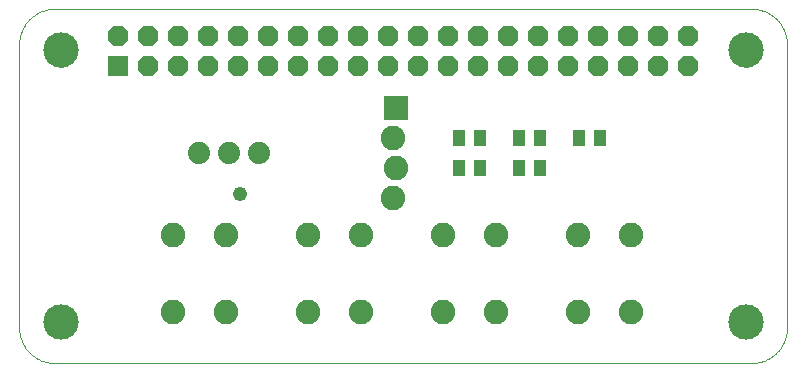
<source format=gts>
G75*
%MOIN*%
%OFA0B0*%
%FSLAX25Y25*%
%IPPOS*%
%LPD*%
%AMOC8*
5,1,8,0,0,1.08239X$1,22.5*
%
%ADD10C,0.07400*%
%ADD11C,0.08200*%
%ADD12R,0.08200X0.08200*%
%ADD13R,0.03950X0.05524*%
%ADD14C,0.00000*%
%ADD15C,0.11824*%
%ADD16R,0.06800X0.06800*%
%ADD17OC8,0.06800*%
%ADD18C,0.04800*%
D10*
X0065000Y0075000D03*
X0075000Y0075000D03*
X0085000Y0075000D03*
D11*
X0129500Y0080000D03*
X0130500Y0070000D03*
X0129500Y0060000D03*
X0118900Y0047800D03*
X0101100Y0047800D03*
X0073900Y0047800D03*
X0056100Y0047800D03*
X0056100Y0022200D03*
X0073900Y0022200D03*
X0101100Y0022200D03*
X0118900Y0022200D03*
X0146100Y0022200D03*
X0163900Y0022200D03*
X0191100Y0022200D03*
X0208900Y0022200D03*
X0208900Y0047800D03*
X0191100Y0047800D03*
X0163900Y0047800D03*
X0146100Y0047800D03*
D12*
X0130500Y0090000D03*
D13*
X0151457Y0080000D03*
X0158543Y0080000D03*
X0171457Y0080000D03*
X0178543Y0080000D03*
X0191457Y0080000D03*
X0198543Y0080000D03*
X0178543Y0070000D03*
X0171457Y0070000D03*
X0158543Y0070000D03*
X0151457Y0070000D03*
D14*
X0249094Y0005000D02*
X0016811Y0005000D01*
X0016526Y0005003D01*
X0016240Y0005014D01*
X0015955Y0005031D01*
X0015671Y0005055D01*
X0015387Y0005086D01*
X0015104Y0005124D01*
X0014823Y0005169D01*
X0014542Y0005220D01*
X0014262Y0005278D01*
X0013984Y0005343D01*
X0013708Y0005415D01*
X0013434Y0005493D01*
X0013161Y0005578D01*
X0012891Y0005670D01*
X0012623Y0005768D01*
X0012357Y0005872D01*
X0012094Y0005983D01*
X0011834Y0006100D01*
X0011576Y0006223D01*
X0011322Y0006353D01*
X0011071Y0006489D01*
X0010823Y0006630D01*
X0010579Y0006778D01*
X0010338Y0006931D01*
X0010102Y0007091D01*
X0009869Y0007256D01*
X0009640Y0007426D01*
X0009415Y0007602D01*
X0009195Y0007784D01*
X0008979Y0007970D01*
X0008768Y0008162D01*
X0008561Y0008359D01*
X0008359Y0008561D01*
X0008162Y0008768D01*
X0007970Y0008979D01*
X0007784Y0009195D01*
X0007602Y0009415D01*
X0007426Y0009640D01*
X0007256Y0009869D01*
X0007091Y0010102D01*
X0006931Y0010338D01*
X0006778Y0010579D01*
X0006630Y0010823D01*
X0006489Y0011071D01*
X0006353Y0011322D01*
X0006223Y0011576D01*
X0006100Y0011834D01*
X0005983Y0012094D01*
X0005872Y0012357D01*
X0005768Y0012623D01*
X0005670Y0012891D01*
X0005578Y0013161D01*
X0005493Y0013434D01*
X0005415Y0013708D01*
X0005343Y0013984D01*
X0005278Y0014262D01*
X0005220Y0014542D01*
X0005169Y0014823D01*
X0005124Y0015104D01*
X0005086Y0015387D01*
X0005055Y0015671D01*
X0005031Y0015955D01*
X0005014Y0016240D01*
X0005003Y0016526D01*
X0005000Y0016811D01*
X0005000Y0111299D01*
X0005003Y0111584D01*
X0005014Y0111870D01*
X0005031Y0112155D01*
X0005055Y0112439D01*
X0005086Y0112723D01*
X0005124Y0113006D01*
X0005169Y0113287D01*
X0005220Y0113568D01*
X0005278Y0113848D01*
X0005343Y0114126D01*
X0005415Y0114402D01*
X0005493Y0114676D01*
X0005578Y0114949D01*
X0005670Y0115219D01*
X0005768Y0115487D01*
X0005872Y0115753D01*
X0005983Y0116016D01*
X0006100Y0116276D01*
X0006223Y0116534D01*
X0006353Y0116788D01*
X0006489Y0117039D01*
X0006630Y0117287D01*
X0006778Y0117531D01*
X0006931Y0117772D01*
X0007091Y0118008D01*
X0007256Y0118241D01*
X0007426Y0118470D01*
X0007602Y0118695D01*
X0007784Y0118915D01*
X0007970Y0119131D01*
X0008162Y0119342D01*
X0008359Y0119549D01*
X0008561Y0119751D01*
X0008768Y0119948D01*
X0008979Y0120140D01*
X0009195Y0120326D01*
X0009415Y0120508D01*
X0009640Y0120684D01*
X0009869Y0120854D01*
X0010102Y0121019D01*
X0010338Y0121179D01*
X0010579Y0121332D01*
X0010823Y0121480D01*
X0011071Y0121621D01*
X0011322Y0121757D01*
X0011576Y0121887D01*
X0011834Y0122010D01*
X0012094Y0122127D01*
X0012357Y0122238D01*
X0012623Y0122342D01*
X0012891Y0122440D01*
X0013161Y0122532D01*
X0013434Y0122617D01*
X0013708Y0122695D01*
X0013984Y0122767D01*
X0014262Y0122832D01*
X0014542Y0122890D01*
X0014823Y0122941D01*
X0015104Y0122986D01*
X0015387Y0123024D01*
X0015671Y0123055D01*
X0015955Y0123079D01*
X0016240Y0123096D01*
X0016526Y0123107D01*
X0016811Y0123110D01*
X0249094Y0123110D01*
X0249379Y0123107D01*
X0249665Y0123096D01*
X0249950Y0123079D01*
X0250234Y0123055D01*
X0250518Y0123024D01*
X0250801Y0122986D01*
X0251082Y0122941D01*
X0251363Y0122890D01*
X0251643Y0122832D01*
X0251921Y0122767D01*
X0252197Y0122695D01*
X0252471Y0122617D01*
X0252744Y0122532D01*
X0253014Y0122440D01*
X0253282Y0122342D01*
X0253548Y0122238D01*
X0253811Y0122127D01*
X0254071Y0122010D01*
X0254329Y0121887D01*
X0254583Y0121757D01*
X0254834Y0121621D01*
X0255082Y0121480D01*
X0255326Y0121332D01*
X0255567Y0121179D01*
X0255803Y0121019D01*
X0256036Y0120854D01*
X0256265Y0120684D01*
X0256490Y0120508D01*
X0256710Y0120326D01*
X0256926Y0120140D01*
X0257137Y0119948D01*
X0257344Y0119751D01*
X0257546Y0119549D01*
X0257743Y0119342D01*
X0257935Y0119131D01*
X0258121Y0118915D01*
X0258303Y0118695D01*
X0258479Y0118470D01*
X0258649Y0118241D01*
X0258814Y0118008D01*
X0258974Y0117772D01*
X0259127Y0117531D01*
X0259275Y0117287D01*
X0259416Y0117039D01*
X0259552Y0116788D01*
X0259682Y0116534D01*
X0259805Y0116276D01*
X0259922Y0116016D01*
X0260033Y0115753D01*
X0260137Y0115487D01*
X0260235Y0115219D01*
X0260327Y0114949D01*
X0260412Y0114676D01*
X0260490Y0114402D01*
X0260562Y0114126D01*
X0260627Y0113848D01*
X0260685Y0113568D01*
X0260736Y0113287D01*
X0260781Y0113006D01*
X0260819Y0112723D01*
X0260850Y0112439D01*
X0260874Y0112155D01*
X0260891Y0111870D01*
X0260902Y0111584D01*
X0260905Y0111299D01*
X0260906Y0111299D02*
X0260906Y0016811D01*
X0260905Y0016811D02*
X0260902Y0016526D01*
X0260891Y0016240D01*
X0260874Y0015955D01*
X0260850Y0015671D01*
X0260819Y0015387D01*
X0260781Y0015104D01*
X0260736Y0014823D01*
X0260685Y0014542D01*
X0260627Y0014262D01*
X0260562Y0013984D01*
X0260490Y0013708D01*
X0260412Y0013434D01*
X0260327Y0013161D01*
X0260235Y0012891D01*
X0260137Y0012623D01*
X0260033Y0012357D01*
X0259922Y0012094D01*
X0259805Y0011834D01*
X0259682Y0011576D01*
X0259552Y0011322D01*
X0259416Y0011071D01*
X0259275Y0010823D01*
X0259127Y0010579D01*
X0258974Y0010338D01*
X0258814Y0010102D01*
X0258649Y0009869D01*
X0258479Y0009640D01*
X0258303Y0009415D01*
X0258121Y0009195D01*
X0257935Y0008979D01*
X0257743Y0008768D01*
X0257546Y0008561D01*
X0257344Y0008359D01*
X0257137Y0008162D01*
X0256926Y0007970D01*
X0256710Y0007784D01*
X0256490Y0007602D01*
X0256265Y0007426D01*
X0256036Y0007256D01*
X0255803Y0007091D01*
X0255567Y0006931D01*
X0255326Y0006778D01*
X0255082Y0006630D01*
X0254834Y0006489D01*
X0254583Y0006353D01*
X0254329Y0006223D01*
X0254071Y0006100D01*
X0253811Y0005983D01*
X0253548Y0005872D01*
X0253282Y0005768D01*
X0253014Y0005670D01*
X0252744Y0005578D01*
X0252471Y0005493D01*
X0252197Y0005415D01*
X0251921Y0005343D01*
X0251643Y0005278D01*
X0251363Y0005220D01*
X0251082Y0005169D01*
X0250801Y0005124D01*
X0250518Y0005086D01*
X0250234Y0005055D01*
X0249950Y0005031D01*
X0249665Y0005014D01*
X0249379Y0005003D01*
X0249094Y0005000D01*
X0241614Y0018780D02*
X0241616Y0018928D01*
X0241622Y0019076D01*
X0241632Y0019224D01*
X0241646Y0019371D01*
X0241664Y0019518D01*
X0241685Y0019664D01*
X0241711Y0019810D01*
X0241741Y0019955D01*
X0241774Y0020099D01*
X0241812Y0020242D01*
X0241853Y0020384D01*
X0241898Y0020525D01*
X0241946Y0020665D01*
X0241999Y0020804D01*
X0242055Y0020941D01*
X0242115Y0021076D01*
X0242178Y0021210D01*
X0242245Y0021342D01*
X0242316Y0021472D01*
X0242390Y0021600D01*
X0242467Y0021726D01*
X0242548Y0021850D01*
X0242632Y0021972D01*
X0242719Y0022091D01*
X0242810Y0022208D01*
X0242904Y0022323D01*
X0243000Y0022435D01*
X0243100Y0022545D01*
X0243202Y0022651D01*
X0243308Y0022755D01*
X0243416Y0022856D01*
X0243527Y0022954D01*
X0243640Y0023050D01*
X0243756Y0023142D01*
X0243874Y0023231D01*
X0243995Y0023316D01*
X0244118Y0023399D01*
X0244243Y0023478D01*
X0244370Y0023554D01*
X0244499Y0023626D01*
X0244630Y0023695D01*
X0244763Y0023760D01*
X0244898Y0023821D01*
X0245034Y0023879D01*
X0245171Y0023934D01*
X0245310Y0023984D01*
X0245451Y0024031D01*
X0245592Y0024074D01*
X0245735Y0024114D01*
X0245879Y0024149D01*
X0246023Y0024181D01*
X0246169Y0024208D01*
X0246315Y0024232D01*
X0246462Y0024252D01*
X0246609Y0024268D01*
X0246756Y0024280D01*
X0246904Y0024288D01*
X0247052Y0024292D01*
X0247200Y0024292D01*
X0247348Y0024288D01*
X0247496Y0024280D01*
X0247643Y0024268D01*
X0247790Y0024252D01*
X0247937Y0024232D01*
X0248083Y0024208D01*
X0248229Y0024181D01*
X0248373Y0024149D01*
X0248517Y0024114D01*
X0248660Y0024074D01*
X0248801Y0024031D01*
X0248942Y0023984D01*
X0249081Y0023934D01*
X0249218Y0023879D01*
X0249354Y0023821D01*
X0249489Y0023760D01*
X0249622Y0023695D01*
X0249753Y0023626D01*
X0249882Y0023554D01*
X0250009Y0023478D01*
X0250134Y0023399D01*
X0250257Y0023316D01*
X0250378Y0023231D01*
X0250496Y0023142D01*
X0250612Y0023050D01*
X0250725Y0022954D01*
X0250836Y0022856D01*
X0250944Y0022755D01*
X0251050Y0022651D01*
X0251152Y0022545D01*
X0251252Y0022435D01*
X0251348Y0022323D01*
X0251442Y0022208D01*
X0251533Y0022091D01*
X0251620Y0021972D01*
X0251704Y0021850D01*
X0251785Y0021726D01*
X0251862Y0021600D01*
X0251936Y0021472D01*
X0252007Y0021342D01*
X0252074Y0021210D01*
X0252137Y0021076D01*
X0252197Y0020941D01*
X0252253Y0020804D01*
X0252306Y0020665D01*
X0252354Y0020525D01*
X0252399Y0020384D01*
X0252440Y0020242D01*
X0252478Y0020099D01*
X0252511Y0019955D01*
X0252541Y0019810D01*
X0252567Y0019664D01*
X0252588Y0019518D01*
X0252606Y0019371D01*
X0252620Y0019224D01*
X0252630Y0019076D01*
X0252636Y0018928D01*
X0252638Y0018780D01*
X0252636Y0018632D01*
X0252630Y0018484D01*
X0252620Y0018336D01*
X0252606Y0018189D01*
X0252588Y0018042D01*
X0252567Y0017896D01*
X0252541Y0017750D01*
X0252511Y0017605D01*
X0252478Y0017461D01*
X0252440Y0017318D01*
X0252399Y0017176D01*
X0252354Y0017035D01*
X0252306Y0016895D01*
X0252253Y0016756D01*
X0252197Y0016619D01*
X0252137Y0016484D01*
X0252074Y0016350D01*
X0252007Y0016218D01*
X0251936Y0016088D01*
X0251862Y0015960D01*
X0251785Y0015834D01*
X0251704Y0015710D01*
X0251620Y0015588D01*
X0251533Y0015469D01*
X0251442Y0015352D01*
X0251348Y0015237D01*
X0251252Y0015125D01*
X0251152Y0015015D01*
X0251050Y0014909D01*
X0250944Y0014805D01*
X0250836Y0014704D01*
X0250725Y0014606D01*
X0250612Y0014510D01*
X0250496Y0014418D01*
X0250378Y0014329D01*
X0250257Y0014244D01*
X0250134Y0014161D01*
X0250009Y0014082D01*
X0249882Y0014006D01*
X0249753Y0013934D01*
X0249622Y0013865D01*
X0249489Y0013800D01*
X0249354Y0013739D01*
X0249218Y0013681D01*
X0249081Y0013626D01*
X0248942Y0013576D01*
X0248801Y0013529D01*
X0248660Y0013486D01*
X0248517Y0013446D01*
X0248373Y0013411D01*
X0248229Y0013379D01*
X0248083Y0013352D01*
X0247937Y0013328D01*
X0247790Y0013308D01*
X0247643Y0013292D01*
X0247496Y0013280D01*
X0247348Y0013272D01*
X0247200Y0013268D01*
X0247052Y0013268D01*
X0246904Y0013272D01*
X0246756Y0013280D01*
X0246609Y0013292D01*
X0246462Y0013308D01*
X0246315Y0013328D01*
X0246169Y0013352D01*
X0246023Y0013379D01*
X0245879Y0013411D01*
X0245735Y0013446D01*
X0245592Y0013486D01*
X0245451Y0013529D01*
X0245310Y0013576D01*
X0245171Y0013626D01*
X0245034Y0013681D01*
X0244898Y0013739D01*
X0244763Y0013800D01*
X0244630Y0013865D01*
X0244499Y0013934D01*
X0244370Y0014006D01*
X0244243Y0014082D01*
X0244118Y0014161D01*
X0243995Y0014244D01*
X0243874Y0014329D01*
X0243756Y0014418D01*
X0243640Y0014510D01*
X0243527Y0014606D01*
X0243416Y0014704D01*
X0243308Y0014805D01*
X0243202Y0014909D01*
X0243100Y0015015D01*
X0243000Y0015125D01*
X0242904Y0015237D01*
X0242810Y0015352D01*
X0242719Y0015469D01*
X0242632Y0015588D01*
X0242548Y0015710D01*
X0242467Y0015834D01*
X0242390Y0015960D01*
X0242316Y0016088D01*
X0242245Y0016218D01*
X0242178Y0016350D01*
X0242115Y0016484D01*
X0242055Y0016619D01*
X0241999Y0016756D01*
X0241946Y0016895D01*
X0241898Y0017035D01*
X0241853Y0017176D01*
X0241812Y0017318D01*
X0241774Y0017461D01*
X0241741Y0017605D01*
X0241711Y0017750D01*
X0241685Y0017896D01*
X0241664Y0018042D01*
X0241646Y0018189D01*
X0241632Y0018336D01*
X0241622Y0018484D01*
X0241616Y0018632D01*
X0241614Y0018780D01*
X0241614Y0109331D02*
X0241616Y0109479D01*
X0241622Y0109627D01*
X0241632Y0109775D01*
X0241646Y0109922D01*
X0241664Y0110069D01*
X0241685Y0110215D01*
X0241711Y0110361D01*
X0241741Y0110506D01*
X0241774Y0110650D01*
X0241812Y0110793D01*
X0241853Y0110935D01*
X0241898Y0111076D01*
X0241946Y0111216D01*
X0241999Y0111355D01*
X0242055Y0111492D01*
X0242115Y0111627D01*
X0242178Y0111761D01*
X0242245Y0111893D01*
X0242316Y0112023D01*
X0242390Y0112151D01*
X0242467Y0112277D01*
X0242548Y0112401D01*
X0242632Y0112523D01*
X0242719Y0112642D01*
X0242810Y0112759D01*
X0242904Y0112874D01*
X0243000Y0112986D01*
X0243100Y0113096D01*
X0243202Y0113202D01*
X0243308Y0113306D01*
X0243416Y0113407D01*
X0243527Y0113505D01*
X0243640Y0113601D01*
X0243756Y0113693D01*
X0243874Y0113782D01*
X0243995Y0113867D01*
X0244118Y0113950D01*
X0244243Y0114029D01*
X0244370Y0114105D01*
X0244499Y0114177D01*
X0244630Y0114246D01*
X0244763Y0114311D01*
X0244898Y0114372D01*
X0245034Y0114430D01*
X0245171Y0114485D01*
X0245310Y0114535D01*
X0245451Y0114582D01*
X0245592Y0114625D01*
X0245735Y0114665D01*
X0245879Y0114700D01*
X0246023Y0114732D01*
X0246169Y0114759D01*
X0246315Y0114783D01*
X0246462Y0114803D01*
X0246609Y0114819D01*
X0246756Y0114831D01*
X0246904Y0114839D01*
X0247052Y0114843D01*
X0247200Y0114843D01*
X0247348Y0114839D01*
X0247496Y0114831D01*
X0247643Y0114819D01*
X0247790Y0114803D01*
X0247937Y0114783D01*
X0248083Y0114759D01*
X0248229Y0114732D01*
X0248373Y0114700D01*
X0248517Y0114665D01*
X0248660Y0114625D01*
X0248801Y0114582D01*
X0248942Y0114535D01*
X0249081Y0114485D01*
X0249218Y0114430D01*
X0249354Y0114372D01*
X0249489Y0114311D01*
X0249622Y0114246D01*
X0249753Y0114177D01*
X0249882Y0114105D01*
X0250009Y0114029D01*
X0250134Y0113950D01*
X0250257Y0113867D01*
X0250378Y0113782D01*
X0250496Y0113693D01*
X0250612Y0113601D01*
X0250725Y0113505D01*
X0250836Y0113407D01*
X0250944Y0113306D01*
X0251050Y0113202D01*
X0251152Y0113096D01*
X0251252Y0112986D01*
X0251348Y0112874D01*
X0251442Y0112759D01*
X0251533Y0112642D01*
X0251620Y0112523D01*
X0251704Y0112401D01*
X0251785Y0112277D01*
X0251862Y0112151D01*
X0251936Y0112023D01*
X0252007Y0111893D01*
X0252074Y0111761D01*
X0252137Y0111627D01*
X0252197Y0111492D01*
X0252253Y0111355D01*
X0252306Y0111216D01*
X0252354Y0111076D01*
X0252399Y0110935D01*
X0252440Y0110793D01*
X0252478Y0110650D01*
X0252511Y0110506D01*
X0252541Y0110361D01*
X0252567Y0110215D01*
X0252588Y0110069D01*
X0252606Y0109922D01*
X0252620Y0109775D01*
X0252630Y0109627D01*
X0252636Y0109479D01*
X0252638Y0109331D01*
X0252636Y0109183D01*
X0252630Y0109035D01*
X0252620Y0108887D01*
X0252606Y0108740D01*
X0252588Y0108593D01*
X0252567Y0108447D01*
X0252541Y0108301D01*
X0252511Y0108156D01*
X0252478Y0108012D01*
X0252440Y0107869D01*
X0252399Y0107727D01*
X0252354Y0107586D01*
X0252306Y0107446D01*
X0252253Y0107307D01*
X0252197Y0107170D01*
X0252137Y0107035D01*
X0252074Y0106901D01*
X0252007Y0106769D01*
X0251936Y0106639D01*
X0251862Y0106511D01*
X0251785Y0106385D01*
X0251704Y0106261D01*
X0251620Y0106139D01*
X0251533Y0106020D01*
X0251442Y0105903D01*
X0251348Y0105788D01*
X0251252Y0105676D01*
X0251152Y0105566D01*
X0251050Y0105460D01*
X0250944Y0105356D01*
X0250836Y0105255D01*
X0250725Y0105157D01*
X0250612Y0105061D01*
X0250496Y0104969D01*
X0250378Y0104880D01*
X0250257Y0104795D01*
X0250134Y0104712D01*
X0250009Y0104633D01*
X0249882Y0104557D01*
X0249753Y0104485D01*
X0249622Y0104416D01*
X0249489Y0104351D01*
X0249354Y0104290D01*
X0249218Y0104232D01*
X0249081Y0104177D01*
X0248942Y0104127D01*
X0248801Y0104080D01*
X0248660Y0104037D01*
X0248517Y0103997D01*
X0248373Y0103962D01*
X0248229Y0103930D01*
X0248083Y0103903D01*
X0247937Y0103879D01*
X0247790Y0103859D01*
X0247643Y0103843D01*
X0247496Y0103831D01*
X0247348Y0103823D01*
X0247200Y0103819D01*
X0247052Y0103819D01*
X0246904Y0103823D01*
X0246756Y0103831D01*
X0246609Y0103843D01*
X0246462Y0103859D01*
X0246315Y0103879D01*
X0246169Y0103903D01*
X0246023Y0103930D01*
X0245879Y0103962D01*
X0245735Y0103997D01*
X0245592Y0104037D01*
X0245451Y0104080D01*
X0245310Y0104127D01*
X0245171Y0104177D01*
X0245034Y0104232D01*
X0244898Y0104290D01*
X0244763Y0104351D01*
X0244630Y0104416D01*
X0244499Y0104485D01*
X0244370Y0104557D01*
X0244243Y0104633D01*
X0244118Y0104712D01*
X0243995Y0104795D01*
X0243874Y0104880D01*
X0243756Y0104969D01*
X0243640Y0105061D01*
X0243527Y0105157D01*
X0243416Y0105255D01*
X0243308Y0105356D01*
X0243202Y0105460D01*
X0243100Y0105566D01*
X0243000Y0105676D01*
X0242904Y0105788D01*
X0242810Y0105903D01*
X0242719Y0106020D01*
X0242632Y0106139D01*
X0242548Y0106261D01*
X0242467Y0106385D01*
X0242390Y0106511D01*
X0242316Y0106639D01*
X0242245Y0106769D01*
X0242178Y0106901D01*
X0242115Y0107035D01*
X0242055Y0107170D01*
X0241999Y0107307D01*
X0241946Y0107446D01*
X0241898Y0107586D01*
X0241853Y0107727D01*
X0241812Y0107869D01*
X0241774Y0108012D01*
X0241741Y0108156D01*
X0241711Y0108301D01*
X0241685Y0108447D01*
X0241664Y0108593D01*
X0241646Y0108740D01*
X0241632Y0108887D01*
X0241622Y0109035D01*
X0241616Y0109183D01*
X0241614Y0109331D01*
X0013268Y0109331D02*
X0013270Y0109479D01*
X0013276Y0109627D01*
X0013286Y0109775D01*
X0013300Y0109922D01*
X0013318Y0110069D01*
X0013339Y0110215D01*
X0013365Y0110361D01*
X0013395Y0110506D01*
X0013428Y0110650D01*
X0013466Y0110793D01*
X0013507Y0110935D01*
X0013552Y0111076D01*
X0013600Y0111216D01*
X0013653Y0111355D01*
X0013709Y0111492D01*
X0013769Y0111627D01*
X0013832Y0111761D01*
X0013899Y0111893D01*
X0013970Y0112023D01*
X0014044Y0112151D01*
X0014121Y0112277D01*
X0014202Y0112401D01*
X0014286Y0112523D01*
X0014373Y0112642D01*
X0014464Y0112759D01*
X0014558Y0112874D01*
X0014654Y0112986D01*
X0014754Y0113096D01*
X0014856Y0113202D01*
X0014962Y0113306D01*
X0015070Y0113407D01*
X0015181Y0113505D01*
X0015294Y0113601D01*
X0015410Y0113693D01*
X0015528Y0113782D01*
X0015649Y0113867D01*
X0015772Y0113950D01*
X0015897Y0114029D01*
X0016024Y0114105D01*
X0016153Y0114177D01*
X0016284Y0114246D01*
X0016417Y0114311D01*
X0016552Y0114372D01*
X0016688Y0114430D01*
X0016825Y0114485D01*
X0016964Y0114535D01*
X0017105Y0114582D01*
X0017246Y0114625D01*
X0017389Y0114665D01*
X0017533Y0114700D01*
X0017677Y0114732D01*
X0017823Y0114759D01*
X0017969Y0114783D01*
X0018116Y0114803D01*
X0018263Y0114819D01*
X0018410Y0114831D01*
X0018558Y0114839D01*
X0018706Y0114843D01*
X0018854Y0114843D01*
X0019002Y0114839D01*
X0019150Y0114831D01*
X0019297Y0114819D01*
X0019444Y0114803D01*
X0019591Y0114783D01*
X0019737Y0114759D01*
X0019883Y0114732D01*
X0020027Y0114700D01*
X0020171Y0114665D01*
X0020314Y0114625D01*
X0020455Y0114582D01*
X0020596Y0114535D01*
X0020735Y0114485D01*
X0020872Y0114430D01*
X0021008Y0114372D01*
X0021143Y0114311D01*
X0021276Y0114246D01*
X0021407Y0114177D01*
X0021536Y0114105D01*
X0021663Y0114029D01*
X0021788Y0113950D01*
X0021911Y0113867D01*
X0022032Y0113782D01*
X0022150Y0113693D01*
X0022266Y0113601D01*
X0022379Y0113505D01*
X0022490Y0113407D01*
X0022598Y0113306D01*
X0022704Y0113202D01*
X0022806Y0113096D01*
X0022906Y0112986D01*
X0023002Y0112874D01*
X0023096Y0112759D01*
X0023187Y0112642D01*
X0023274Y0112523D01*
X0023358Y0112401D01*
X0023439Y0112277D01*
X0023516Y0112151D01*
X0023590Y0112023D01*
X0023661Y0111893D01*
X0023728Y0111761D01*
X0023791Y0111627D01*
X0023851Y0111492D01*
X0023907Y0111355D01*
X0023960Y0111216D01*
X0024008Y0111076D01*
X0024053Y0110935D01*
X0024094Y0110793D01*
X0024132Y0110650D01*
X0024165Y0110506D01*
X0024195Y0110361D01*
X0024221Y0110215D01*
X0024242Y0110069D01*
X0024260Y0109922D01*
X0024274Y0109775D01*
X0024284Y0109627D01*
X0024290Y0109479D01*
X0024292Y0109331D01*
X0024290Y0109183D01*
X0024284Y0109035D01*
X0024274Y0108887D01*
X0024260Y0108740D01*
X0024242Y0108593D01*
X0024221Y0108447D01*
X0024195Y0108301D01*
X0024165Y0108156D01*
X0024132Y0108012D01*
X0024094Y0107869D01*
X0024053Y0107727D01*
X0024008Y0107586D01*
X0023960Y0107446D01*
X0023907Y0107307D01*
X0023851Y0107170D01*
X0023791Y0107035D01*
X0023728Y0106901D01*
X0023661Y0106769D01*
X0023590Y0106639D01*
X0023516Y0106511D01*
X0023439Y0106385D01*
X0023358Y0106261D01*
X0023274Y0106139D01*
X0023187Y0106020D01*
X0023096Y0105903D01*
X0023002Y0105788D01*
X0022906Y0105676D01*
X0022806Y0105566D01*
X0022704Y0105460D01*
X0022598Y0105356D01*
X0022490Y0105255D01*
X0022379Y0105157D01*
X0022266Y0105061D01*
X0022150Y0104969D01*
X0022032Y0104880D01*
X0021911Y0104795D01*
X0021788Y0104712D01*
X0021663Y0104633D01*
X0021536Y0104557D01*
X0021407Y0104485D01*
X0021276Y0104416D01*
X0021143Y0104351D01*
X0021008Y0104290D01*
X0020872Y0104232D01*
X0020735Y0104177D01*
X0020596Y0104127D01*
X0020455Y0104080D01*
X0020314Y0104037D01*
X0020171Y0103997D01*
X0020027Y0103962D01*
X0019883Y0103930D01*
X0019737Y0103903D01*
X0019591Y0103879D01*
X0019444Y0103859D01*
X0019297Y0103843D01*
X0019150Y0103831D01*
X0019002Y0103823D01*
X0018854Y0103819D01*
X0018706Y0103819D01*
X0018558Y0103823D01*
X0018410Y0103831D01*
X0018263Y0103843D01*
X0018116Y0103859D01*
X0017969Y0103879D01*
X0017823Y0103903D01*
X0017677Y0103930D01*
X0017533Y0103962D01*
X0017389Y0103997D01*
X0017246Y0104037D01*
X0017105Y0104080D01*
X0016964Y0104127D01*
X0016825Y0104177D01*
X0016688Y0104232D01*
X0016552Y0104290D01*
X0016417Y0104351D01*
X0016284Y0104416D01*
X0016153Y0104485D01*
X0016024Y0104557D01*
X0015897Y0104633D01*
X0015772Y0104712D01*
X0015649Y0104795D01*
X0015528Y0104880D01*
X0015410Y0104969D01*
X0015294Y0105061D01*
X0015181Y0105157D01*
X0015070Y0105255D01*
X0014962Y0105356D01*
X0014856Y0105460D01*
X0014754Y0105566D01*
X0014654Y0105676D01*
X0014558Y0105788D01*
X0014464Y0105903D01*
X0014373Y0106020D01*
X0014286Y0106139D01*
X0014202Y0106261D01*
X0014121Y0106385D01*
X0014044Y0106511D01*
X0013970Y0106639D01*
X0013899Y0106769D01*
X0013832Y0106901D01*
X0013769Y0107035D01*
X0013709Y0107170D01*
X0013653Y0107307D01*
X0013600Y0107446D01*
X0013552Y0107586D01*
X0013507Y0107727D01*
X0013466Y0107869D01*
X0013428Y0108012D01*
X0013395Y0108156D01*
X0013365Y0108301D01*
X0013339Y0108447D01*
X0013318Y0108593D01*
X0013300Y0108740D01*
X0013286Y0108887D01*
X0013276Y0109035D01*
X0013270Y0109183D01*
X0013268Y0109331D01*
X0013268Y0018780D02*
X0013270Y0018928D01*
X0013276Y0019076D01*
X0013286Y0019224D01*
X0013300Y0019371D01*
X0013318Y0019518D01*
X0013339Y0019664D01*
X0013365Y0019810D01*
X0013395Y0019955D01*
X0013428Y0020099D01*
X0013466Y0020242D01*
X0013507Y0020384D01*
X0013552Y0020525D01*
X0013600Y0020665D01*
X0013653Y0020804D01*
X0013709Y0020941D01*
X0013769Y0021076D01*
X0013832Y0021210D01*
X0013899Y0021342D01*
X0013970Y0021472D01*
X0014044Y0021600D01*
X0014121Y0021726D01*
X0014202Y0021850D01*
X0014286Y0021972D01*
X0014373Y0022091D01*
X0014464Y0022208D01*
X0014558Y0022323D01*
X0014654Y0022435D01*
X0014754Y0022545D01*
X0014856Y0022651D01*
X0014962Y0022755D01*
X0015070Y0022856D01*
X0015181Y0022954D01*
X0015294Y0023050D01*
X0015410Y0023142D01*
X0015528Y0023231D01*
X0015649Y0023316D01*
X0015772Y0023399D01*
X0015897Y0023478D01*
X0016024Y0023554D01*
X0016153Y0023626D01*
X0016284Y0023695D01*
X0016417Y0023760D01*
X0016552Y0023821D01*
X0016688Y0023879D01*
X0016825Y0023934D01*
X0016964Y0023984D01*
X0017105Y0024031D01*
X0017246Y0024074D01*
X0017389Y0024114D01*
X0017533Y0024149D01*
X0017677Y0024181D01*
X0017823Y0024208D01*
X0017969Y0024232D01*
X0018116Y0024252D01*
X0018263Y0024268D01*
X0018410Y0024280D01*
X0018558Y0024288D01*
X0018706Y0024292D01*
X0018854Y0024292D01*
X0019002Y0024288D01*
X0019150Y0024280D01*
X0019297Y0024268D01*
X0019444Y0024252D01*
X0019591Y0024232D01*
X0019737Y0024208D01*
X0019883Y0024181D01*
X0020027Y0024149D01*
X0020171Y0024114D01*
X0020314Y0024074D01*
X0020455Y0024031D01*
X0020596Y0023984D01*
X0020735Y0023934D01*
X0020872Y0023879D01*
X0021008Y0023821D01*
X0021143Y0023760D01*
X0021276Y0023695D01*
X0021407Y0023626D01*
X0021536Y0023554D01*
X0021663Y0023478D01*
X0021788Y0023399D01*
X0021911Y0023316D01*
X0022032Y0023231D01*
X0022150Y0023142D01*
X0022266Y0023050D01*
X0022379Y0022954D01*
X0022490Y0022856D01*
X0022598Y0022755D01*
X0022704Y0022651D01*
X0022806Y0022545D01*
X0022906Y0022435D01*
X0023002Y0022323D01*
X0023096Y0022208D01*
X0023187Y0022091D01*
X0023274Y0021972D01*
X0023358Y0021850D01*
X0023439Y0021726D01*
X0023516Y0021600D01*
X0023590Y0021472D01*
X0023661Y0021342D01*
X0023728Y0021210D01*
X0023791Y0021076D01*
X0023851Y0020941D01*
X0023907Y0020804D01*
X0023960Y0020665D01*
X0024008Y0020525D01*
X0024053Y0020384D01*
X0024094Y0020242D01*
X0024132Y0020099D01*
X0024165Y0019955D01*
X0024195Y0019810D01*
X0024221Y0019664D01*
X0024242Y0019518D01*
X0024260Y0019371D01*
X0024274Y0019224D01*
X0024284Y0019076D01*
X0024290Y0018928D01*
X0024292Y0018780D01*
X0024290Y0018632D01*
X0024284Y0018484D01*
X0024274Y0018336D01*
X0024260Y0018189D01*
X0024242Y0018042D01*
X0024221Y0017896D01*
X0024195Y0017750D01*
X0024165Y0017605D01*
X0024132Y0017461D01*
X0024094Y0017318D01*
X0024053Y0017176D01*
X0024008Y0017035D01*
X0023960Y0016895D01*
X0023907Y0016756D01*
X0023851Y0016619D01*
X0023791Y0016484D01*
X0023728Y0016350D01*
X0023661Y0016218D01*
X0023590Y0016088D01*
X0023516Y0015960D01*
X0023439Y0015834D01*
X0023358Y0015710D01*
X0023274Y0015588D01*
X0023187Y0015469D01*
X0023096Y0015352D01*
X0023002Y0015237D01*
X0022906Y0015125D01*
X0022806Y0015015D01*
X0022704Y0014909D01*
X0022598Y0014805D01*
X0022490Y0014704D01*
X0022379Y0014606D01*
X0022266Y0014510D01*
X0022150Y0014418D01*
X0022032Y0014329D01*
X0021911Y0014244D01*
X0021788Y0014161D01*
X0021663Y0014082D01*
X0021536Y0014006D01*
X0021407Y0013934D01*
X0021276Y0013865D01*
X0021143Y0013800D01*
X0021008Y0013739D01*
X0020872Y0013681D01*
X0020735Y0013626D01*
X0020596Y0013576D01*
X0020455Y0013529D01*
X0020314Y0013486D01*
X0020171Y0013446D01*
X0020027Y0013411D01*
X0019883Y0013379D01*
X0019737Y0013352D01*
X0019591Y0013328D01*
X0019444Y0013308D01*
X0019297Y0013292D01*
X0019150Y0013280D01*
X0019002Y0013272D01*
X0018854Y0013268D01*
X0018706Y0013268D01*
X0018558Y0013272D01*
X0018410Y0013280D01*
X0018263Y0013292D01*
X0018116Y0013308D01*
X0017969Y0013328D01*
X0017823Y0013352D01*
X0017677Y0013379D01*
X0017533Y0013411D01*
X0017389Y0013446D01*
X0017246Y0013486D01*
X0017105Y0013529D01*
X0016964Y0013576D01*
X0016825Y0013626D01*
X0016688Y0013681D01*
X0016552Y0013739D01*
X0016417Y0013800D01*
X0016284Y0013865D01*
X0016153Y0013934D01*
X0016024Y0014006D01*
X0015897Y0014082D01*
X0015772Y0014161D01*
X0015649Y0014244D01*
X0015528Y0014329D01*
X0015410Y0014418D01*
X0015294Y0014510D01*
X0015181Y0014606D01*
X0015070Y0014704D01*
X0014962Y0014805D01*
X0014856Y0014909D01*
X0014754Y0015015D01*
X0014654Y0015125D01*
X0014558Y0015237D01*
X0014464Y0015352D01*
X0014373Y0015469D01*
X0014286Y0015588D01*
X0014202Y0015710D01*
X0014121Y0015834D01*
X0014044Y0015960D01*
X0013970Y0016088D01*
X0013899Y0016218D01*
X0013832Y0016350D01*
X0013769Y0016484D01*
X0013709Y0016619D01*
X0013653Y0016756D01*
X0013600Y0016895D01*
X0013552Y0017035D01*
X0013507Y0017176D01*
X0013466Y0017318D01*
X0013428Y0017461D01*
X0013395Y0017605D01*
X0013365Y0017750D01*
X0013339Y0017896D01*
X0013318Y0018042D01*
X0013300Y0018189D01*
X0013286Y0018336D01*
X0013276Y0018484D01*
X0013270Y0018632D01*
X0013268Y0018780D01*
D15*
X0018780Y0018780D03*
X0018780Y0109331D03*
X0247126Y0109331D03*
X0247126Y0018780D03*
D16*
X0037835Y0104016D03*
D17*
X0047835Y0104016D03*
X0057835Y0104016D03*
X0067835Y0104016D03*
X0077835Y0104016D03*
X0087835Y0104016D03*
X0097835Y0104016D03*
X0107835Y0104016D03*
X0117835Y0104016D03*
X0127835Y0104016D03*
X0137835Y0104016D03*
X0147835Y0104016D03*
X0157835Y0104016D03*
X0167835Y0104016D03*
X0177835Y0104016D03*
X0187835Y0104016D03*
X0197835Y0104016D03*
X0207835Y0104016D03*
X0217835Y0104016D03*
X0227835Y0104016D03*
X0227835Y0114016D03*
X0217835Y0114016D03*
X0207835Y0114016D03*
X0197835Y0114016D03*
X0187835Y0114016D03*
X0177835Y0114016D03*
X0167835Y0114016D03*
X0157835Y0114016D03*
X0147835Y0114016D03*
X0137835Y0114016D03*
X0127835Y0114016D03*
X0117835Y0114016D03*
X0107835Y0114016D03*
X0097835Y0114016D03*
X0087835Y0114016D03*
X0077835Y0114016D03*
X0067835Y0114016D03*
X0057835Y0114016D03*
X0047835Y0114016D03*
X0037835Y0114016D03*
D18*
X0078500Y0061400D03*
M02*

</source>
